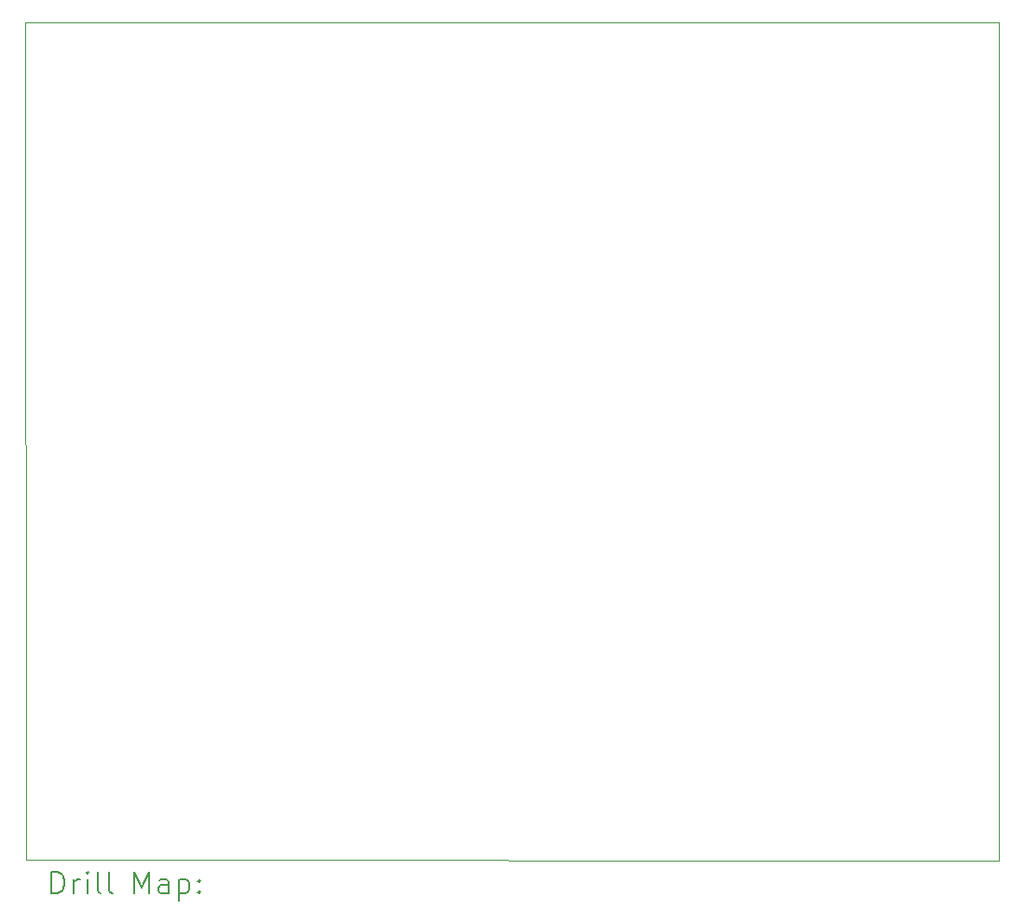
<source format=gbr>
%TF.GenerationSoftware,KiCad,Pcbnew,(7.0.0)*%
%TF.CreationDate,2023-04-04T11:35:40+02:00*%
%TF.ProjectId,overall scematic,6f766572-616c-46c2-9073-63656d617469,rev?*%
%TF.SameCoordinates,Original*%
%TF.FileFunction,Drillmap*%
%TF.FilePolarity,Positive*%
%FSLAX45Y45*%
G04 Gerber Fmt 4.5, Leading zero omitted, Abs format (unit mm)*
G04 Created by KiCad (PCBNEW (7.0.0)) date 2023-04-04 11:35:40*
%MOMM*%
%LPD*%
G01*
G04 APERTURE LIST*
%ADD10C,0.100000*%
%ADD11C,0.200000*%
G04 APERTURE END LIST*
D10*
X13970000Y-13957300D02*
X5130800Y-13944600D01*
X5130800Y-13944600D02*
X5118100Y-6337300D01*
X5118100Y-6337300D02*
X13970000Y-6337300D01*
X13970000Y-6337300D02*
X13970000Y-13957300D01*
D11*
X5360719Y-14255776D02*
X5360719Y-14055776D01*
X5360719Y-14055776D02*
X5408338Y-14055776D01*
X5408338Y-14055776D02*
X5436910Y-14065300D01*
X5436910Y-14065300D02*
X5455957Y-14084348D01*
X5455957Y-14084348D02*
X5465481Y-14103395D01*
X5465481Y-14103395D02*
X5475005Y-14141490D01*
X5475005Y-14141490D02*
X5475005Y-14170062D01*
X5475005Y-14170062D02*
X5465481Y-14208157D01*
X5465481Y-14208157D02*
X5455957Y-14227205D01*
X5455957Y-14227205D02*
X5436910Y-14246252D01*
X5436910Y-14246252D02*
X5408338Y-14255776D01*
X5408338Y-14255776D02*
X5360719Y-14255776D01*
X5560719Y-14255776D02*
X5560719Y-14122443D01*
X5560719Y-14160538D02*
X5570243Y-14141490D01*
X5570243Y-14141490D02*
X5579767Y-14131967D01*
X5579767Y-14131967D02*
X5598814Y-14122443D01*
X5598814Y-14122443D02*
X5617862Y-14122443D01*
X5684528Y-14255776D02*
X5684528Y-14122443D01*
X5684528Y-14055776D02*
X5675005Y-14065300D01*
X5675005Y-14065300D02*
X5684528Y-14074824D01*
X5684528Y-14074824D02*
X5694052Y-14065300D01*
X5694052Y-14065300D02*
X5684528Y-14055776D01*
X5684528Y-14055776D02*
X5684528Y-14074824D01*
X5808338Y-14255776D02*
X5789290Y-14246252D01*
X5789290Y-14246252D02*
X5779767Y-14227205D01*
X5779767Y-14227205D02*
X5779767Y-14055776D01*
X5913100Y-14255776D02*
X5894052Y-14246252D01*
X5894052Y-14246252D02*
X5884528Y-14227205D01*
X5884528Y-14227205D02*
X5884528Y-14055776D01*
X6109290Y-14255776D02*
X6109290Y-14055776D01*
X6109290Y-14055776D02*
X6175957Y-14198633D01*
X6175957Y-14198633D02*
X6242624Y-14055776D01*
X6242624Y-14055776D02*
X6242624Y-14255776D01*
X6423576Y-14255776D02*
X6423576Y-14151014D01*
X6423576Y-14151014D02*
X6414052Y-14131967D01*
X6414052Y-14131967D02*
X6395005Y-14122443D01*
X6395005Y-14122443D02*
X6356909Y-14122443D01*
X6356909Y-14122443D02*
X6337862Y-14131967D01*
X6423576Y-14246252D02*
X6404528Y-14255776D01*
X6404528Y-14255776D02*
X6356909Y-14255776D01*
X6356909Y-14255776D02*
X6337862Y-14246252D01*
X6337862Y-14246252D02*
X6328338Y-14227205D01*
X6328338Y-14227205D02*
X6328338Y-14208157D01*
X6328338Y-14208157D02*
X6337862Y-14189109D01*
X6337862Y-14189109D02*
X6356909Y-14179586D01*
X6356909Y-14179586D02*
X6404528Y-14179586D01*
X6404528Y-14179586D02*
X6423576Y-14170062D01*
X6518814Y-14122443D02*
X6518814Y-14322443D01*
X6518814Y-14131967D02*
X6537862Y-14122443D01*
X6537862Y-14122443D02*
X6575957Y-14122443D01*
X6575957Y-14122443D02*
X6595005Y-14131967D01*
X6595005Y-14131967D02*
X6604528Y-14141490D01*
X6604528Y-14141490D02*
X6614052Y-14160538D01*
X6614052Y-14160538D02*
X6614052Y-14217681D01*
X6614052Y-14217681D02*
X6604528Y-14236728D01*
X6604528Y-14236728D02*
X6595005Y-14246252D01*
X6595005Y-14246252D02*
X6575957Y-14255776D01*
X6575957Y-14255776D02*
X6537862Y-14255776D01*
X6537862Y-14255776D02*
X6518814Y-14246252D01*
X6699767Y-14236728D02*
X6709290Y-14246252D01*
X6709290Y-14246252D02*
X6699767Y-14255776D01*
X6699767Y-14255776D02*
X6690243Y-14246252D01*
X6690243Y-14246252D02*
X6699767Y-14236728D01*
X6699767Y-14236728D02*
X6699767Y-14255776D01*
X6699767Y-14131967D02*
X6709290Y-14141490D01*
X6709290Y-14141490D02*
X6699767Y-14151014D01*
X6699767Y-14151014D02*
X6690243Y-14141490D01*
X6690243Y-14141490D02*
X6699767Y-14131967D01*
X6699767Y-14131967D02*
X6699767Y-14151014D01*
M02*

</source>
